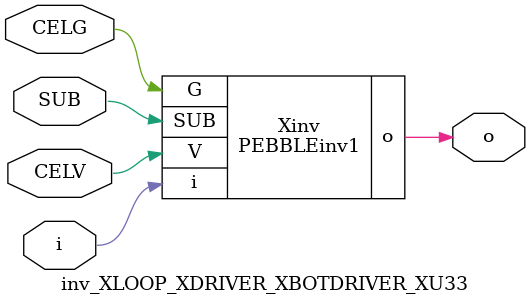
<source format=v>



module PEBBLEinv1 ( o, G, SUB, V, i );

  input V;
  input i;
  input G;
  output o;
  input SUB;
endmodule

//Celera Confidential Do Not Copy inv_XLOOP_XDRIVER_XBOTDRIVER_XU33
//Celera Confidential Symbol Generator
//5V Inverter
module inv_XLOOP_XDRIVER_XBOTDRIVER_XU33 (CELV,CELG,i,o,SUB);
input CELV;
input CELG;
input i;
input SUB;
output o;

//Celera Confidential Do Not Copy inv
PEBBLEinv1 Xinv(
.V (CELV),
.i (i),
.o (o),
.SUB (SUB),
.G (CELG)
);
//,diesize,PEBBLEinv1

//Celera Confidential Do Not Copy Module End
//Celera Schematic Generator
endmodule

</source>
